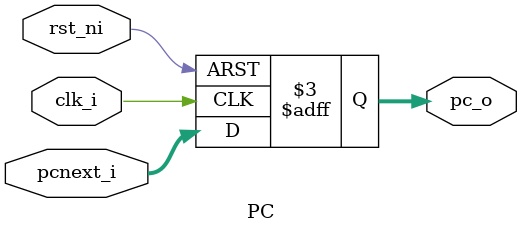
<source format=v>
/*
	Grupo:			5CV3
	Proyecto:		Monociclo
	Archivo:			PC.v
	Equipo:			Equipo 2
	Integrantes:	Alcaraz Cuevas Victor Hugo
						Montoya Morales Luis Antonio
						Navarrete Becerril Sharon Anette
						Quintana Romero Roberto
						Urdaneta Villalobos Paul Alejandro

	Descripcion:	Contador del Pograma que apunta a las instrucciones
*/
module PC(
	input 					clk_i,
	input 					rst_ni,
	input 		[31:0]	pcnext_i,
	output reg	[31:0]	pc_o
);

	always @(posedge clk_i, negedge rst_ni)
	begin
		if(!rst_ni)
			pc_o <= 32'b0;
		else
			pc_o <= pcnext_i;
	end
	
endmodule 
</source>
